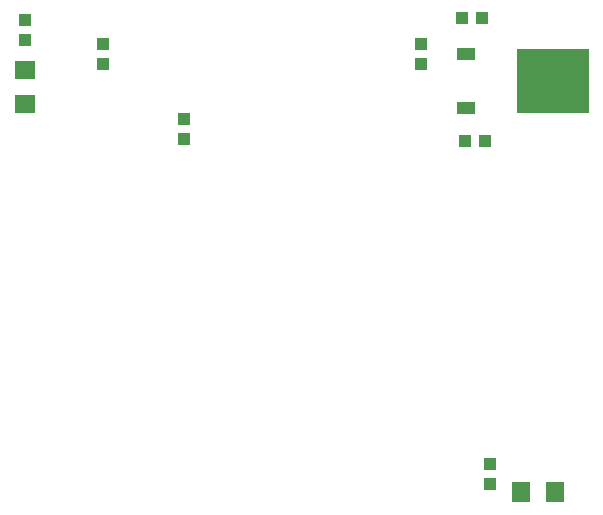
<source format=gtp>
G75*
%MOIN*%
%OFA0B0*%
%FSLAX25Y25*%
%IPPOS*%
%LPD*%
%AMOC8*
5,1,8,0,0,1.08239X$1,22.5*
%
%ADD10R,0.04331X0.03937*%
%ADD11R,0.07098X0.06299*%
%ADD12R,0.03937X0.04331*%
%ADD13R,0.24409X0.21260*%
%ADD14R,0.06299X0.03937*%
%ADD15R,0.06299X0.07098*%
D10*
X0166954Y0247167D03*
X0173646Y0247167D03*
X0172646Y0288167D03*
X0165954Y0288167D03*
D11*
X0020300Y0270765D03*
X0020300Y0259568D03*
D12*
X0175300Y0132820D03*
X0175300Y0139513D03*
X0152300Y0272820D03*
X0152300Y0279513D03*
X0073300Y0254513D03*
X0073300Y0247820D03*
X0046300Y0272820D03*
X0046300Y0279513D03*
X0020300Y0280820D03*
X0020300Y0287513D03*
D13*
X0196143Y0267167D03*
D14*
X0167402Y0276143D03*
X0167402Y0258190D03*
D15*
X0185702Y0130167D03*
X0196898Y0130167D03*
M02*

</source>
